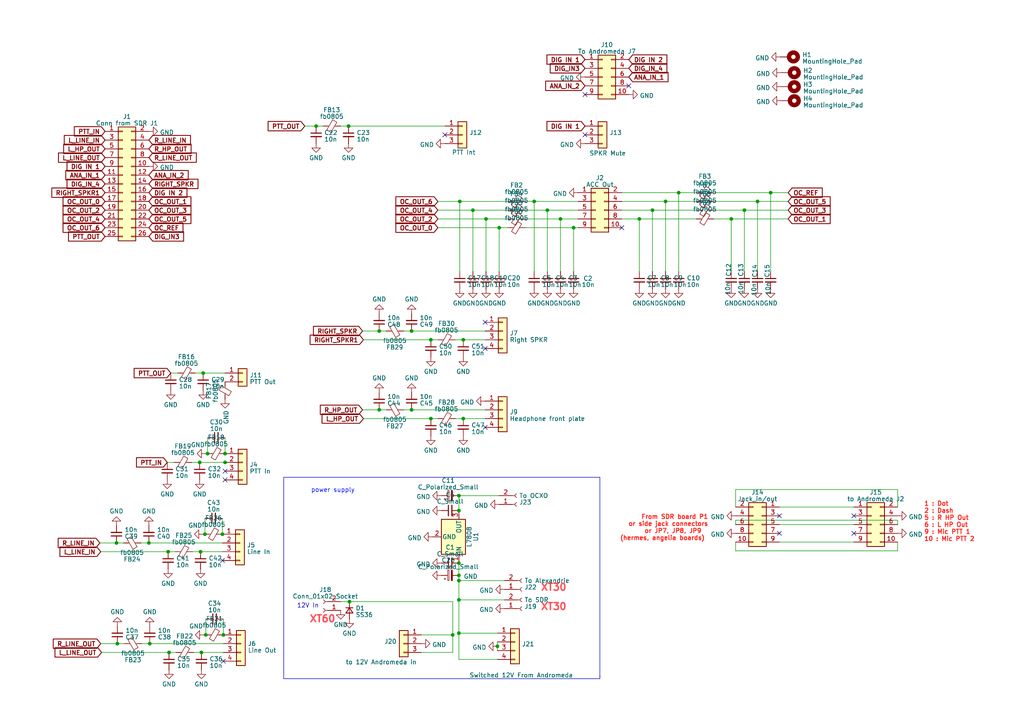
<source format=kicad_sch>
(kicad_sch (version 20230121) (generator eeschema)
  (paper "A4")
  (junction (at 65.278 134.112))
  (junction (at 131.318 184.15))
  (junction (at 223.52 55.88))
  (junction (at 133.096 168.402))
  (junction (at 64.516 154.94))
  (junction (at 134.366 121.412))
  (junction (at 65.278 131.572))
  (junction (at 48.768 160.02))
  (junction (at 133.096 148.082))
  (junction (at 162.56 63.5))
  (junction (at 49.022 189.23))
  (junction (at 133.096 166.878))
  (junction (at 189.23 60.96))
  (junction (at 60.198 131.572))
  (junction (at 154.94 58.42))
  (junction (at 124.968 121.412))
  (junction (at 64.77 184.15))
  (junction (at 212.09 63.5))
  (junction (at 101.346 174.498))
  (junction (at 133.096 183.642))
  (junction (at 109.982 96.012))
  (junction (at 133.35 58.42))
  (junction (at 58.166 160.02))
  (junction (at 137.16 60.96))
  (junction (at 124.968 98.552))
  (junction (at 140.97 63.5))
  (junction (at 59.436 154.94))
  (junction (at 101.092 36.576))
  (junction (at 219.71 58.42))
  (junction (at 196.85 55.88))
  (junction (at 33.782 157.48))
  (junction (at 43.434 186.69))
  (junction (at 43.18 157.48))
  (junction (at 57.912 134.112))
  (junction (at 144.272 187.452))
  (junction (at 133.096 173.99))
  (junction (at 91.694 36.576))
  (junction (at 144.78 66.04))
  (junction (at 134.366 98.552))
  (junction (at 119.38 96.012))
  (junction (at 193.04 58.42))
  (junction (at 59.69 184.15))
  (junction (at 119.38 118.872))
  (junction (at 158.75 60.96))
  (junction (at 58.42 189.23))
  (junction (at 34.036 186.69))
  (junction (at 166.37 66.04))
  (junction (at 58.928 108.204))
  (junction (at 185.42 63.5))
  (junction (at 109.982 118.872))
  (junction (at 133.096 143.764))
  (junction (at 215.9 60.96))
  (junction (at 133.096 163.322))
  (no_connect (at 140.716 101.092))
  (no_connect (at 65.278 136.652))
  (no_connect (at 64.77 191.77))
  (no_connect (at 140.716 93.472))
  (no_connect (at 247.65 149.606))
  (no_connect (at 129.032 39.116))
  (no_connect (at 182.372 24.892))
  (no_connect (at 226.06 154.686))
  (no_connect (at 140.716 123.952))
  (no_connect (at 169.672 39.116))
  (no_connect (at 180.34 66.04))
  (no_connect (at 64.516 162.56))
  (no_connect (at 226.06 149.606))
  (no_connect (at 247.65 154.686))
  (no_connect (at 169.672 27.432))
  (no_connect (at 65.278 139.192))
  (wire (pts (xy 119.38 96.012) (xy 140.716 96.012)))
  (wire (pts (xy 133.35 78.74) (xy 133.35 58.42)))
  (wire (pts (xy 137.16 78.74) (xy 137.16 60.96)))
  (wire (pts (xy 133.096 166.878) (xy 133.096 168.402)))
  (wire (pts (xy 146.304 168.402) (xy 133.096 168.402)))
  (wire (pts (xy 219.71 78.74) (xy 219.71 58.42)))
  (wire (pts (xy 105.41 98.552) (xy 124.968 98.552)))
  (wire (pts (xy 189.23 60.96) (xy 180.34 60.96)))
  (wire (pts (xy 134.366 98.552) (xy 140.716 98.552)))
  (wire (pts (xy 134.366 121.412) (xy 132.08 121.412)))
  (wire (pts (xy 152.4 66.04) (xy 166.37 66.04)))
  (wire (pts (xy 212.09 63.5) (xy 228.6 63.5)))
  (wire (pts (xy 55.626 134.112) (xy 57.912 134.112)))
  (wire (pts (xy 144.78 78.74) (xy 144.78 66.04)))
  (wire (pts (xy 127 60.96) (xy 137.16 60.96)))
  (wire (pts (xy 124.968 121.412) (xy 127 121.412)))
  (wire (pts (xy 133.096 168.402) (xy 133.096 173.99)))
  (wire (pts (xy 58.42 189.23) (xy 56.134 189.23)))
  (wire (pts (xy 28.956 157.48) (xy 33.782 157.48)))
  (wire (pts (xy 119.38 118.872) (xy 140.716 118.872)))
  (polyline (pts (xy 173.99 196.088) (xy 173.99 196.85)))
  (wire (pts (xy 105.156 96.012) (xy 109.982 96.012)))
  (wire (pts (xy 212.09 63.5) (xy 207.01 63.5)))
  (wire (pts (xy 213.36 159.766) (xy 260.35 159.766)))
  (wire (pts (xy 189.23 78.74) (xy 189.23 60.96)))
  (wire (pts (xy 223.52 78.74) (xy 223.52 55.88)))
  (wire (pts (xy 193.04 58.42) (xy 180.34 58.42)))
  (wire (pts (xy 133.096 143.764) (xy 144.78 143.764)))
  (wire (pts (xy 213.36 152.146) (xy 213.36 150.876)))
  (wire (pts (xy 131.318 189.23) (xy 122.174 189.23)))
  (wire (pts (xy 219.71 58.42) (xy 207.01 58.42)))
  (wire (pts (xy 101.092 36.576) (xy 129.032 36.576)))
  (wire (pts (xy 158.75 78.74) (xy 158.75 60.96)))
  (wire (pts (xy 144.78 66.04) (xy 147.32 66.04)))
  (wire (pts (xy 193.04 78.74) (xy 193.04 58.42)))
  (wire (pts (xy 137.16 60.96) (xy 147.32 60.96)))
  (wire (pts (xy 260.35 150.876) (xy 260.35 152.146)))
  (wire (pts (xy 152.4 58.42) (xy 154.94 58.42)))
  (wire (pts (xy 212.09 78.74) (xy 212.09 63.5)))
  (wire (pts (xy 127 63.5) (xy 140.97 63.5)))
  (wire (pts (xy 226.06 152.146) (xy 247.65 152.146)))
  (wire (pts (xy 166.37 78.74) (xy 166.37 66.04)))
  (wire (pts (xy 133.096 191.262) (xy 144.272 191.262)))
  (wire (pts (xy 133.096 183.642) (xy 133.096 191.262)))
  (wire (pts (xy 219.71 58.42) (xy 228.6 58.42)))
  (wire (pts (xy 134.366 98.552) (xy 132.08 98.552)))
  (wire (pts (xy 260.35 159.766) (xy 260.35 157.226)))
  (wire (pts (xy 64.516 150.368) (xy 64.516 154.94)))
  (wire (pts (xy 185.42 63.5) (xy 180.34 63.5)))
  (wire (pts (xy 144.272 187.452) (xy 144.272 188.722)))
  (wire (pts (xy 105.41 121.412) (xy 124.968 121.412)))
  (wire (pts (xy 196.85 55.88) (xy 180.34 55.88)))
  (wire (pts (xy 133.096 163.322) (xy 133.096 166.878)))
  (wire (pts (xy 119.38 118.872) (xy 117.094 118.872)))
  (wire (pts (xy 58.928 108.204) (xy 56.642 108.204)))
  (polyline (pts (xy 82.296 196.85) (xy 173.99 196.85)))
  (wire (pts (xy 60.198 131.572) (xy 60.452 131.572)))
  (wire (pts (xy 43.18 157.48) (xy 40.894 157.48)))
  (wire (pts (xy 158.75 60.96) (xy 167.64 60.96)))
  (wire (pts (xy 59.69 184.15) (xy 59.944 184.15)))
  (wire (pts (xy 152.4 60.96) (xy 158.75 60.96)))
  (wire (pts (xy 223.52 55.88) (xy 228.6 55.88)))
  (wire (pts (xy 34.036 186.69) (xy 36.068 186.69)))
  (wire (pts (xy 226.06 147.066) (xy 247.65 147.066)))
  (wire (pts (xy 59.436 154.94) (xy 59.69 154.94)))
  (polyline (pts (xy 173.99 138.43) (xy 82.296 138.43)))
  (wire (pts (xy 58.166 160.02) (xy 55.88 160.02)))
  (wire (pts (xy 196.85 78.74) (xy 196.85 55.88)))
  (wire (pts (xy 58.928 108.204) (xy 65.278 108.204)))
  (wire (pts (xy 109.982 96.012) (xy 112.014 96.012)))
  (wire (pts (xy 59.436 150.368) (xy 59.436 154.94)))
  (wire (pts (xy 131.318 184.15) (xy 122.174 184.15)))
  (wire (pts (xy 127 66.04) (xy 144.78 66.04)))
  (wire (pts (xy 133.096 183.642) (xy 144.272 183.642)))
  (wire (pts (xy 260.35 147.066) (xy 260.35 141.986)))
  (wire (pts (xy 101.092 36.576) (xy 98.806 36.576)))
  (wire (pts (xy 213.36 141.986) (xy 213.36 147.066)))
  (wire (pts (xy 98.806 174.498) (xy 101.346 174.498)))
  (wire (pts (xy 91.694 36.576) (xy 93.726 36.576)))
  (wire (pts (xy 119.38 96.012) (xy 117.094 96.012)))
  (wire (pts (xy 131.318 174.498) (xy 131.318 184.15)))
  (wire (pts (xy 215.9 78.74) (xy 215.9 60.96)))
  (wire (pts (xy 215.9 60.96) (xy 207.01 60.96)))
  (wire (pts (xy 48.768 160.02) (xy 50.8 160.02)))
  (wire (pts (xy 226.06 157.226) (xy 247.65 157.226)))
  (wire (pts (xy 189.23 60.96) (xy 201.93 60.96)))
  (wire (pts (xy 185.42 63.5) (xy 201.93 63.5)))
  (wire (pts (xy 49.53 108.204) (xy 51.562 108.204)))
  (polyline (pts (xy 82.296 138.43) (xy 82.296 196.85)))
  (wire (pts (xy 140.97 78.74) (xy 140.97 63.5)))
  (wire (pts (xy 88.392 36.576) (xy 91.694 36.576)))
  (wire (pts (xy 133.096 173.99) (xy 146.304 173.99)))
  (wire (pts (xy 196.85 55.88) (xy 201.93 55.88)))
  (wire (pts (xy 162.56 63.5) (xy 167.64 63.5)))
  (wire (pts (xy 105.156 118.872) (xy 109.982 118.872)))
  (wire (pts (xy 59.182 184.15) (xy 59.69 184.15)))
  (wire (pts (xy 154.94 58.42) (xy 167.64 58.42)))
  (wire (pts (xy 60.198 127) (xy 60.198 131.572)))
  (wire (pts (xy 213.36 157.226) (xy 213.36 159.766)))
  (wire (pts (xy 162.56 78.74) (xy 162.56 63.5)))
  (wire (pts (xy 124.968 98.552) (xy 127 98.552)))
  (wire (pts (xy 133.096 143.764) (xy 133.096 148.082)))
  (wire (pts (xy 109.982 118.872) (xy 112.014 118.872)))
  (wire (pts (xy 223.52 55.88) (xy 207.01 55.88)))
  (polyline (pts (xy 173.99 196.342) (xy 173.99 138.43)))
  (wire (pts (xy 43.434 186.69) (xy 41.148 186.69)))
  (wire (pts (xy 154.94 78.74) (xy 154.94 58.42)))
  (wire (pts (xy 260.35 141.986) (xy 213.36 141.986)))
  (wire (pts (xy 127 58.42) (xy 133.35 58.42)))
  (wire (pts (xy 134.366 121.412) (xy 140.716 121.412)))
  (wire (pts (xy 58.166 160.02) (xy 64.516 160.02)))
  (wire (pts (xy 65.278 127) (xy 65.278 131.572)))
  (wire (pts (xy 43.434 186.69) (xy 64.77 186.69)))
  (wire (pts (xy 57.912 134.112) (xy 65.278 134.112)))
  (wire (pts (xy 140.97 63.5) (xy 147.32 63.5)))
  (wire (pts (xy 29.21 160.02) (xy 48.768 160.02)))
  (wire (pts (xy 131.318 184.15) (xy 131.318 189.23)))
  (wire (pts (xy 133.096 173.99) (xy 133.096 183.642)))
  (wire (pts (xy 101.346 174.498) (xy 131.318 174.498)))
  (wire (pts (xy 49.022 189.23) (xy 51.054 189.23)))
  (wire (pts (xy 166.37 66.04) (xy 167.64 66.04)))
  (wire (pts (xy 193.04 58.42) (xy 201.93 58.42)))
  (wire (pts (xy 43.18 157.48) (xy 64.516 157.48)))
  (wire (pts (xy 215.9 60.96) (xy 228.6 60.96)))
  (wire (pts (xy 29.464 189.23) (xy 49.022 189.23)))
  (wire (pts (xy 58.42 189.23) (xy 64.77 189.23)))
  (wire (pts (xy 59.69 179.578) (xy 59.69 184.15)))
  (wire (pts (xy 64.77 179.578) (xy 64.77 184.15)))
  (wire (pts (xy 185.42 78.74) (xy 185.42 63.5)))
  (wire (pts (xy 48.514 134.112) (xy 50.546 134.112)))
  (wire (pts (xy 29.21 186.69) (xy 34.036 186.69)))
  (wire (pts (xy 133.35 58.42) (xy 147.32 58.42)))
  (wire (pts (xy 33.782 157.48) (xy 35.814 157.48)))
  (wire (pts (xy 59.69 131.572) (xy 60.198 131.572)))
  (wire (pts (xy 152.4 63.5) (xy 162.56 63.5)))
  (wire (pts (xy 213.36 150.876) (xy 260.35 150.876)))
  (wire (pts (xy 58.928 154.94) (xy 59.436 154.94)))
  (wire (pts (xy 144.272 186.182) (xy 144.272 187.452)))
  (wire (pts (xy 65.278 134.112) (xy 65.532 134.112)))
  (text "XT60" (at 89.662 180.848 0) (effects (font (size 2 2) (thickness 0.4) bold) (justify left bottom)))
  (text "power supply" (at 90.17 143.002 0) (effects (font (size 1.27 1.27)) (justify left bottom)))
  (text "XT30\n" (at 156.718 171.704 0) (effects (font (size 2 2) (thickness 0.4) bold) (justify left bottom)))
  (text "12V In\n" (at 86.106 176.53 0) (effects (font (size 1.27 1.27)) (justify left bottom)))
  (text "XT30\n" (at 156.718 177.292 0) (effects (font (size 2 2) (thickness 0.4) bold) (justify left bottom)))
  (text "1 : Dot\n2 : Dash\n5 : R HP Out\n6 : L HP Out\n9 : Mic PTT 1\n10 : Mic PTT 2\n" (at 267.97 157.226 0) (effects (font (size 1.27 1.27) (thickness 0.254) bold) (justify left bottom)))
  (text "From SDR board P1\nor side jack connectors\nor JP7, JP8, JP9  \n(hermes, angelia boards) \n\n" (at 205.486 159.004 0) (effects (font (size 1.27 1.27) (thickness 0.254) bold) (justify right bottom)))
  (global_label "OC_OUT_3" (shape input) (at 228.6 60.96 0) (effects (font bold)) (property "Intersheetrefs" "${INTERSHEET_REFS}" (effects hide)))
  (global_label "DIG_IN3" (shape input) (at 169.672 19.812 180) (effects (font bold)) (property "Intersheetrefs" "${INTERSHEET_REFS}" (effects hide)))
  (global_label "DIG IN 1" (shape input) (at 169.672 17.272 180) (effects (font bold)) (property "Intersheetrefs" "${INTERSHEET_REFS}" (effects hide)))
  (global_label "OC_OUT_1" (shape input) (at 228.6 63.5 0) (effects (font bold)) (property "Intersheetrefs" "${INTERSHEET_REFS}" (effects hide)))
  (global_label "OC_OUT_0" (shape input) (at 127 66.04 180) (effects (font bold)) (property "Intersheetrefs" "${INTERSHEET_REFS}" (effects hide)))
  (global_label "OC_OUT_2" (shape input) (at 127 63.5 180) (effects (font bold)) (property "Intersheetrefs" "${INTERSHEET_REFS}" (effects hide)))
  (global_label "RIGHT_SPKR" (shape input) (at 105.156 96.012 180) (effects (font bold)) (property "Intersheetrefs" "${INTERSHEET_REFS}" (effects hide)))
  (global_label "L_HP_OUT" (shape input) (at 105.41 121.412 180) (effects (font bold)) (property "Intersheetrefs" "${INTERSHEET_REFS}" (effects hide)))
  (global_label "R_LINE_IN" (shape input) (at 28.956 157.48 180) (effects (font bold)) (property "Intersheetrefs" "${INTERSHEET_REFS}" (effects hide)))
  (global_label "DIG IN 2" (shape input) (at 182.372 17.272 0) (effects (font bold)) (property "Intersheetrefs" "${INTERSHEET_REFS}" (effects hide)))
  (global_label "ANA_IN_1" (shape input) (at 182.372 22.352 0) (effects (font bold)) (property "Intersheetrefs" "${INTERSHEET_REFS}" (effects hide)))
  (global_label "OC_OUT_4" (shape input) (at 127 60.96 180) (effects (font bold)) (property "Intersheetrefs" "${INTERSHEET_REFS}" (effects hide)))
  (global_label "DIG IN 1" (shape input) (at 169.672 36.576 180) (effects (font bold)) (property "Intersheetrefs" "${INTERSHEET_REFS}" (effects hide)))
  (global_label "ANA_IN_2" (shape input) (at 43.18 50.8 0) (effects (font bold)) (property "Intersheetrefs" "${INTERSHEET_REFS}" (effects hide)))
  (global_label "PTT_OUT" (shape input) (at 30.48 68.58 180) (effects (font bold)) (property "Intersheetrefs" "${INTERSHEET_REFS}" (effects hide)))
  (global_label "DIG_IN_4" (shape input) (at 182.372 19.812 0) (effects (font bold)) (property "Intersheetrefs" "${INTERSHEET_REFS}" (effects hide)))
  (global_label "RIGHT_SPKR1" (shape input) (at 30.48 55.88 180) (effects (font bold)) (property "Intersheetrefs" "${INTERSHEET_REFS}" (effects hide)))
  (global_label "DIG_IN_4" (shape input) (at 30.48 53.34 180) (effects (font bold)) (property "Intersheetrefs" "${INTERSHEET_REFS}" (effects hide)))
  (global_label "DIG IN 1" (shape input) (at 30.48 48.26 180) (effects (font bold)) (property "Intersheetrefs" "${INTERSHEET_REFS}" (effects hide)))
  (global_label "OC_REF" (shape input) (at 228.6 55.88 0) (effects (font bold)) (property "Intersheetrefs" "${INTERSHEET_REFS}" (effects hide)))
  (global_label "RIGHT_SPKR1" (shape input) (at 105.41 98.552 180) (effects (font bold)) (property "Intersheetrefs" "${INTERSHEET_REFS}" (effects hide)))
  (global_label "PTT_OUT" (shape input) (at 49.53 108.204 180) (effects (font bold)) (property "Intersheetrefs" "${INTERSHEET_REFS}" (effects hide)))
  (global_label "ANA_IN_1" (shape input) (at 30.48 50.8 180) (effects (font bold)) (property "Intersheetrefs" "${INTERSHEET_REFS}" (effects hide)))
  (global_label "OC_OUT_5" (shape input) (at 43.18 63.5 0) (effects (font bold)) (property "Intersheetrefs" "${INTERSHEET_REFS}" (effects hide)))
  (global_label "L_LINE_OUT" (shape input) (at 30.48 45.72 180) (effects (font bold)) (property "Intersheetrefs" "${INTERSHEET_REFS}" (effects hide)))
  (global_label "L_LINE_OUT" (shape input) (at 29.464 189.23 180) (effects (font bold)) (property "Intersheetrefs" "${INTERSHEET_REFS}" (effects hide)))
  (global_label "R_LINE_OUT" (shape input) (at 29.21 186.69 180) (effects (font bold)) (property "Intersheetrefs" "${INTERSHEET_REFS}" (effects hide)))
  (global_label "RIGHT_SPKR" (shape input) (at 43.18 53.34 0) (effects (font bold)) (property "Intersheetrefs" "${INTERSHEET_REFS}" (effects hide)))
  (global_label "OC_REF" (shape input) (at 43.18 66.04 0) (effects (font bold)) (property "Intersheetrefs" "${INTERSHEET_REFS}" (effects hide)))
  (global_label "OC_OUT_1" (shape input) (at 43.18 58.42 0) (effects (font bold)) (property "Intersheetrefs" "${INTERSHEET_REFS}" (effects hide)))
  (global_label "R_LINE_OUT" (shape input) (at 43.18 45.72 0) (effects (font bold)) (property "Intersheetrefs" "${INTERSHEET_REFS}" (effects hide)))
  (global_label "OC_OUT_4" (shape input) (at 30.48 63.5 180) (effects (font bold)) (property "Intersheetrefs" "${INTERSHEET_REFS}" (effects hide)))
  (global_label "OC_OUT_3" (shape input) (at 43.18 60.96 0) (effects (font bold)) (property "Intersheetrefs" "${INTERSHEET_REFS}" (effects hide)))
  (global_label "OC_OUT_2" (shape input) (at 30.48 60.96 180) (effects (font bold)) (property "Intersheetrefs" "${INTERSHEET_REFS}" (effects hide)))
  (global_label "PTT_OUT" (shape input) (at 88.392 36.576 180) (effects (font bold)) (property "Intersheetrefs" "${INTERSHEET_REFS}" (effects hide)))
  (global_label "ANA_IN_2" (shape input) (at 169.672 24.892 180) (effects (font bold)) (property "Intersheetrefs" "${INTERSHEET_REFS}" (effects hide)))
  (global_label "R_HP_OUT" (shape input) (at 105.156 118.872 180) (effects (font bold)) (property "Intersheetrefs" "${INTERSHEET_REFS}" (effects hide)))
  (global_label "R_HP_OUT" (shape input) (at 43.18 43.18 0) (effects (font bold)) (property "Intersheetrefs" "${INTERSHEET_REFS}" (effects hide)))
  (global_label "DIG_IN3" (shape input) (at 43.18 68.58 0) (effects (font bold)) (property "Intersheetrefs" "${INTERSHEET_REFS}" (effects hide)))
  (global_label "PTT_IN" (shape input) (at 30.48 38.1 180) (effects (font bold)) (property "Intersheetrefs" "${INTERSHEET_REFS}" (effects hide)))
  (global_label "PTT_IN" (shape input) (at 48.514 134.112 180) (effects (font bold)) (property "Intersheetrefs" "${INTERSHEET_REFS}" (effects hide)))
  (global_label "OC_OUT_6" (shape input) (at 127 58.42 180) (effects (font bold)) (property "Intersheetrefs" "${INTERSHEET_REFS}" (effects hide)))
  (global_label "L_HP_OUT" (shape input) (at 30.48 43.18 180) (effects (font bold)) (property "Intersheetrefs" "${INTERSHEET_REFS}" (effects hide)))
  (global_label "L_LINE_IN" (shape input) (at 29.21 160.02 180) (effects (font bold)) (property "Intersheetrefs" "${INTERSHEET_REFS}" (effects hide)))
  (global_label "OC_OUT_6" (shape input) (at 30.48 66.04 180) (effects (font bold)) (property "Intersheetrefs" "${INTERSHEET_REFS}" (effects hide)))
  (global_label "DIG IN 2" (shape input) (at 43.18 55.88 0) (effects (font bold)) (property "Intersheetrefs" "${INTERSHEET_REFS}" (effects hide)))
  (global_label "OC_OUT_0" (shape input) (at 30.48 58.42 180) (effects (font bold)) (property "Intersheetrefs" "${INTERSHEET_REFS}" (effects hide)))
  (global_label "R_LINE_IN" (shape input) (at 43.18 40.64 0) (effects (font bold)) (property "Intersheetrefs" "${INTERSHEET_REFS}" (effects hide)))
  (global_label "L_LINE_IN" (shape input) (at 30.48 40.64 180) (effects (font bold)) (property "Intersheetrefs" "${INTERSHEET_REFS}" (effects hide)))
  (global_label "OC_OUT_5" (shape input) (at 228.6 58.42 0) (effects (font bold)) (property "Intersheetrefs" "${INTERSHEET_REFS}" (effects hide)))
  (symbol (lib_id "Device:FerriteBead_Small") (at 129.54 98.552 90) (unit 1)
    (property "Reference" "FB30" (at 129.5019 93.8403 90))
    (property "Value" "fb0805" (at 129.5019 95.7613 90))
    (property "Footprint" "Inductor_SMD:L_0805_2012Metric_Pad1.15x1.40mm_HandSolder" (effects hide))
  )
  (symbol (lib_id "power:GND") (at 124.968 103.632 0) (unit 1)
    (property "Reference" "#PWR063" (effects hide))
    (property "Value" "GND" (at 124.968 107.7675 0))
  )
  (symbol (lib_id "Device:FerriteBead_Small") (at 38.354 157.48 90) (mirror x) (unit 1)
    (property "Reference" "FB24" (at 38.3159 162.1917 90))
    (property "Value" "fb0805" (at 38.3159 160.2707 90))
    (property "Footprint" "Inductor_SMD:L_0805_2012Metric_Pad1.15x1.40mm_HandSolder" (effects hide))
  )
  (symbol (lib_id "power:GND") (at 189.23 83.82 0) (unit 1)
    (property "Reference" "#PWR016" (effects hide))
    (property "Value" "GND" (at 189.23 87.9555 0))
  )
  (symbol (lib_id "Device:C_Small") (at 91.694 39.116 0) (unit 1)
    (property "Reference" "C22" (at 94.0181 38.4786 0) (effects (justify left)))
    (property "Value" "10n" (at 94.0181 40.3996 0) (effects (justify left)))
    (property "Footprint" "Capacitor_SMD:C_0805_2012Metric_Pad1.18x1.45mm_HandSolder" (effects hide))
  )
  (symbol (lib_id "Device:C_Small") (at 124.968 123.952 0) (unit 1)
    (property "Reference" "C46" (at 127.2921 123.3146 0) (effects (justify left)))
    (property "Value" "10n" (at 127.2921 125.2356 0) (effects (justify left)))
    (property "Footprint" "Capacitor_SMD:C_0805_2012Metric_Pad1.18x1.45mm_HandSolder" (effects hide))
  )
  (symbol (lib_id "Connector_Generic:Conn_01x04") (at 145.796 96.012 0) (unit 1)
    (property "Reference" "J7" (at 147.828 96.6383 0) (effects (justify left)))
    (property "Value" "Right SPKR" (at 147.828 98.5593 0) (effects (justify left)))
    (property "Footprint" "Connector_Molex:Molex_KK-254_AE-6410-04A_1x04_P2.54mm_Vertical" (effects hide))
  )
  (symbol (lib_id "Device:C_Polarized_Small") (at 130.556 166.878 90) (unit 1)
    (property "Reference" "C26" (at 130.0099 162.4711 90))
    (property "Value" "C_Polarized_Small" (at 130.0099 164.3921 90))
    (property "Footprint" "Capacitor_SMD:C_2220_5650Metric_Pad1.97x5.40mm_HandSolder" (effects hide))
  )
  (symbol (lib_id "Connector:Conn_01x02_Socket") (at 93.726 177.038 180) (unit 1)
    (property "Reference" "J18" (at 94.361 171.0309 0))
    (property "Value" "Conn_01x02_Socket" (at 94.361 172.9519 0))
    (property "Footprint" "Connector_AMASS:AMASS_XT30U-F_1x02_P5.0mm_Vertical" (effects hide))
  )
  (symbol (lib_id "Connector_Generic:Conn_01x04") (at 69.85 186.69 0) (unit 1)
    (property "Reference" "J6" (at 71.882 186.69 0) (effects (justify left)))
    (property "Value" "Line Out" (at 71.882 188.611 0) (effects (justify left)))
    (property "Footprint" "Connector_Molex:Molex_KK-254_AE-6410-04A_1x04_P2.54mm_Vertical" (effects hide))
  )
  (symbol (lib_id "power:GND") (at 101.092 41.656 0) (unit 1)
    (property "Reference" "#PWR036" (effects hide))
    (property "Value" "GND" (at 101.092 45.7915 0))
  )
  (symbol (lib_id "Device:C_Small") (at 189.23 81.28 0) (unit 1)
    (property "Reference" "C8" (at 191.5541 80.6426 0) (effects (justify left)))
    (property "Value" "10n" (at 191.5541 82.5636 0) (effects (justify left)))
    (property "Footprint" "Capacitor_SMD:C_0805_2012Metric_Pad1.18x1.45mm_HandSolder" (effects hide))
  )
  (symbol (lib_id "Device:FerriteBead_Small") (at 149.86 58.42 90) (unit 1)
    (property "Reference" "FB2" (at 149.8219 53.7083 90))
    (property "Value" "fb0805" (at 149.8219 55.6293 90))
    (property "Footprint" "Inductor_SMD:L_0805_2012Metric_Pad1.15x1.40mm_HandSolder" (effects hide))
  )
  (symbol (lib_id "Device:C_Small") (at 137.16 81.28 0) (unit 1)
    (property "Reference" "C18" (at 139.4841 80.6426 0) (effects (justify left)))
    (property "Value" "10n" (at 139.4841 82.5636 0) (effects (justify left)))
    (property "Footprint" "Capacitor_SMD:C_0805_2012Metric_Pad1.18x1.45mm_HandSolder" (effects hide))
  )
  (symbol (lib_id "Device:FerriteBead_Small") (at 204.47 55.88 90) (unit 1)
    (property "Reference" "FB3" (at 204.4319 51.1683 90))
    (property "Value" "fb0805" (at 204.4319 53.0893 90))
    (property "Footprint" "Inductor_SMD:L_0805_2012Metric_Pad1.15x1.40mm_HandSolder" (effects hide))
  )
  (symbol (lib_id "power:GND") (at 169.672 22.352 270) (unit 1)
    (property "Reference" "#PWR03" (effects hide))
    (property "Value" "GND" (at 166.4971 22.6688 90) (effects (justify right)))
  )
  (symbol (lib_id "Device:C_Small") (at 33.782 154.94 0) (mirror x) (unit 1)
    (property "Reference" "C39" (at 36.1061 155.5774 0) (effects (justify left)))
    (property "Value" "10n" (at 36.1061 153.6564 0) (effects (justify left)))
    (property "Footprint" "Capacitor_SMD:C_0805_2012Metric_Pad1.18x1.45mm_HandSolder" (effects hide))
  )
  (symbol (lib_id "Device:FerriteBead_Small") (at 204.47 58.42 90) (unit 1)
    (property "Reference" "FB7" (at 204.4319 53.7083 90))
    (property "Value" "fb0805" (at 204.4319 55.6293 90))
    (property "Footprint" "Inductor_SMD:L_0805_2012Metric_Pad1.15x1.40mm_HandSolder" (effects hide))
  )
  (symbol (lib_id "power:GND") (at 146.304 170.942 270) (unit 1)
    (property "Reference" "#PWR070" (effects hide))
    (property "Value" "GND" (at 143.1291 171.2588 90) (effects (justify right)))
  )
  (symbol (lib_id "power:GND") (at 215.9 83.82 0) (unit 1)
    (property "Reference" "#PWR021" (effects hide))
    (property "Value" "GND" (at 215.9 87.9555 0))
  )
  (symbol (lib_id "power:GND") (at 213.36 154.686 270) (mirror x) (unit 1)
    (property "Reference" "#PWR05" (effects hide))
    (property "Value" "GND" (at 210.185 155.0028 90) (effects (justify right)))
  )
  (symbol (lib_id "power:GND") (at 169.672 41.656 270) (unit 1)
    (property "Reference" "#PWR030" (effects hide))
    (property "Value" "GND" (at 166.4971 41.9728 90) (effects (justify right)))
  )
  (symbol (lib_id "power:GND") (at 158.75 83.82 0) (unit 1)
    (property "Reference" "#PWR012" (effects hide))
    (property "Value" "GND" (at 158.75 87.9555 0))
  )
  (symbol (lib_id "power:GND") (at 213.36 149.606 270) (mirror x) (unit 1)
    (property "Reference" "#PWR04" (effects hide))
    (property "Value" "GND" (at 210.185 149.9228 90) (effects (justify right)))
  )
  (symbol (lib_id "Device:FerriteBead_Small") (at 149.86 63.5 90) (unit 1)
    (property "Reference" "FB5" (at 149.8219 58.7883 90))
    (property "Value" "fb0805" (at 149.8219 60.7093 90))
    (property "Footprint" "Inductor_SMD:L_0805_2012Metric_Pad1.15x1.40mm_HandSolder" (effects hide))
  )
  (symbol (lib_id "power:GND") (at 58.928 113.284 0) (unit 1)
    (property "Reference" "#PWR041" (effects hide))
    (property "Value" "GND" (at 58.928 117.4195 0))
  )
  (symbol (lib_id "Device:C_Small") (at 185.42 81.28 0) (unit 1)
    (property "Reference" "C7" (at 187.7441 80.6426 0) (effects (justify left)))
    (property "Value" "10n" (at 187.7441 82.5636 0) (effects (justify left)))
    (property "Footprint" "Capacitor_SMD:C_0805_2012Metric_Pad1.18x1.45mm_HandSolder" (effects hide))
  )
  (symbol (lib_id "Device:D_Small") (at 101.346 177.038 270) (unit 1)
    (property "Reference" "D1" (at 103.124 176.3943 90) (effects (justify left)))
    (property "Value" "SS36" (at 103.124 178.3153 90) (effects (justify left)))
    (property "Footprint" "Diode_SMD:D_SMC" (effects hide))
    (property "Sim.Device" "D" (effects hide))
    (property "Sim.Pins" "1=K 2=A" (effects hide))
  )
  (symbol (lib_id "power:GND") (at 128.016 148.082 270) (unit 1)
    (property "Reference" "#PWR075" (effects hide))
    (property "Value" "GND" (at 124.8411 148.3988 90) (effects (justify right)))
  )
  (symbol (lib_id "power:GND") (at 196.85 83.82 0) (unit 1)
    (property "Reference" "#PWR018" (effects hide))
    (property "Value" "GND" (at 196.85 87.9555 0))
  )
  (symbol (lib_id "Device:C_Small") (at 134.366 123.952 0) (unit 1)
    (property "Reference" "C47" (at 136.6901 123.3146 0) (effects (justify left)))
    (property "Value" "10n" (at 136.6901 125.2356 0) (effects (justify left)))
    (property "Footprint" "Capacitor_SMD:C_0805_2012Metric_Pad1.18x1.45mm_HandSolder" (effects hide))
  )
  (symbol (lib_id "Device:FerriteBead_Small") (at 53.34 160.02 90) (unit 1)
    (property "Reference" "FB25" (at 53.3019 155.3083 90))
    (property "Value" "fb0805" (at 53.3019 157.2293 90))
    (property "Footprint" "Inductor_SMD:L_0805_2012Metric_Pad1.15x1.40mm_HandSolder" (effects hide))
  )
  (symbol (lib_id "power:GND") (at 226.568 29.21 270) (unit 1)
    (property "Reference" "#PWR046" (effects hide))
    (property "Value" "GND" (at 223.3931 29.5268 90) (effects (justify right)))
  )
  (symbol (lib_id "Regulator_Linear:L7808") (at 133.096 155.702 270) (mirror x) (unit 1)
    (property "Reference" "U1" (at 138.0109 155.702 0))
    (property "Value" "L7808" (at 136.0899 155.702 0))
    (property "Footprint" "Package_TO_SOT_SMD:TO-252-3_TabPin2" (effects hide))
    (property "Datasheet" "http://www.st.com/content/ccc/resource/technical/document/datasheet/41/4f/b3/b0/12/d4/47/88/CD00000444.pdf/files/CD00000444.pdf/jcr:content/translations/en.CD00000444.pdf" (effects hide))
  )
  (symbol (lib_id "Connector_Generic:Conn_02x05_Odd_Even") (at 220.98 152.146 0) (mirror y) (unit 1)
    (property "Reference" "J14" (at 219.71 142.7861 0))
    (property "Value" "Jack_in/out" (at 219.71 144.7071 0))
    (property "Footprint" "Connector_IDC:IDC-Header_2x05_P2.54mm_Vertical" (effects hide))
  )
  (symbol (lib_id "Mechanical:MountingHole_Pad") (at 228.854 16.51 270) (unit 1)
    (property "Reference" "H1" (at 232.664 15.8663 90) (effects (justify left)))
    (property "Value" "MountingHole_Pad" (at 232.664 17.7873 90) (effects (justify left)))
    (property "Footprint" "MountingHole:MountingHole_3.5mm_Pad_Via" (effects hide))
  )
  (symbol (lib_id "power:GND") (at 128.016 166.878 270) (unit 1)
    (property "Reference" "#PWR074" (effects hide))
    (property "Value" "GND" (at 138.5571 167.1948 90) (effects (justify right)))
  )
  (symbol (lib_id "power:GND") (at 101.346 179.578 0) (unit 1)
    (property "Reference" "#PWR077" (effects hide))
    (property "Value" "GND" (at 101.346 183.7135 0))
  )
  (symbol (lib_id "Device:C_Small") (at 166.37 81.28 0) (unit 1)
    (property "Reference" "C2" (at 169.164 80.772 0) (effects (justify left)))
    (property "Value" "10n" (at 168.6941 82.5636 0) (effects (justify left)))
    (property "Footprint" "Capacitor_SMD:C_0805_2012Metric_Pad1.18x1.45mm_HandSolder" (effects hide))
  )
  (symbol (lib_id "Device:FerriteBead_Small") (at 129.54 121.412 90) (unit 1)
    (property "Reference" "FB28" (at 129.5019 116.7003 90))
    (property "Value" "fb0805" (at 129.5019 118.6213 90))
    (property "Footprint" "Inductor_SMD:L_0805_2012Metric_Pad1.15x1.40mm_HandSolder" (effects hide))
  )
  (symbol (lib_id "power:GND") (at 109.982 113.792 0) (mirror x) (unit 1)
    (property "Reference" "#PWR057" (effects hide))
    (property "Value" "GND" (at 109.982 109.6565 0))
  )
  (symbol (lib_id "power:GND") (at 109.982 90.932 0) (mirror x) (unit 1)
    (property "Reference" "#PWR061" (effects hide))
    (property "Value" "GND" (at 109.982 86.7965 0))
  )
  (symbol (lib_id "Device:C_Small") (at 162.56 81.28 0) (unit 1)
    (property "Reference" "C3" (at 164.8841 80.6426 0) (effects (justify left)))
    (property "Value" "10n" (at 164.8841 82.5636 0) (effects (justify left)))
    (property "Footprint" "Capacitor_SMD:C_0805_2012Metric_Pad1.18x1.45mm_HandSolder" (effects hide))
  )
  (symbol (lib_id "power:GND") (at 212.09 83.82 0) (unit 1)
    (property "Reference" "#PWR020" (effects hide))
    (property "Value" "GND" (at 212.09 87.9555 0))
  )
  (symbol (lib_id "Connector:Conn_01x02_Socket") (at 151.384 176.53 0) (mirror x) (unit 1)
    (property "Reference" "J19" (at 152.0952 175.9037 0) (effects (justify left)))
    (property "Value" "To SDR" (at 152.0952 173.9827 0) (effects (justify left)))
    (property "Footprint" "Connector_AMASS:AMASS_XT30U-F_1x02_P5.0mm_Vertical" (effects hide))
  )
  (symbol (lib_id "Device:C_Small") (at 134.366 101.092 0) (unit 1)
    (property "Reference" "C51" (at 136.6901 100.4546 0) (effects (justify left)))
    (property "Value" "10n" (at 136.6901 102.3756 0) (effects (justify left)))
    (property "Footprint" "Capacitor_SMD:C_0805_2012Metric_Pad1.18x1.45mm_HandSolder" (effects hide))
  )
  (symbol (lib_id "Device:FerriteBead_Small") (at 53.086 134.112 90) (unit 1)
    (property "Reference" "FB19" (at 53.0479 129.4003 90))
    (property "Value" "fb0805" (at 53.0479 131.3213 90))
    (property "Footprint" "Inductor_SMD:L_0805_2012Metric_Pad1.15x1.40mm_HandSolder" (effects hide))
  )
  (symbol (lib_id "Device:FerriteBead_Small") (at 54.102 108.204 90) (unit 1)
    (property "Reference" "FB16" (at 54.0639 103.4923 90))
    (property "Value" "fb0805" (at 54.0639 105.4133 90))
    (property "Footprint" "Inductor_SMD:L_0805_2012Metric_Pad1.15x1.40mm_HandSolder" (effects hide))
  )
  (symbol (lib_id "Connector_Generic:Conn_01x03") (at 174.752 39.116 0) (unit 1)
    (property "Reference" "J13" (at 176.784 38.4723 0) (effects (justify left)))
    (property "Value" "SPKR Mute" (at 170.942 44.45 0) (effects (justify left)))
    (property "Footprint" "Connector_Molex:Molex_KK-254_AE-6410-03A_1x03_P2.54mm_Vertical" (effects hide))
  )
  (symbol (lib_id "power:GND") (at 57.912 139.192 0) (unit 1)
    (property "Reference" "#PWR045" (effects hide))
    (property "Value" "GND" (at 57.912 143.3275 0))
  )
  (symbol (lib_id "power:GND") (at 260.35 149.606 90) (unit 1)
    (property "Reference" "#PWR06" (effects hide))
    (property "Value" "GND" (at 263.525 149.9228 90) (effects (justify right)))
  )
  (symbol (lib_id "Device:C_Small") (at 223.52 81.28 0) (unit 1)
    (property "Reference" "C15" (at 222.504 80.518 90) (effects (justify left)))
    (property "Value" "10n" (at 222.758 85.598 90) (effects (justify left)))
    (property "Footprint" "Capacitor_SMD:C_0805_2012Metric_Pad1.18x1.45mm_HandSolder" (effects hide))
  )
  (symbol (lib_id "Device:C_Small") (at 48.514 136.652 0) (unit 1)
    (property "Reference" "C31" (at 50.8381 136.0146 0) (effects (justify left)))
    (property "Value" "10n" (at 50.8381 137.9356 0) (effects (justify left)))
    (property "Footprint" "Capacitor_SMD:C_0805_2012Metric_Pad1.18x1.45mm_HandSolder" (effects hide))
  )
  (symbol (lib_id "power:GND") (at 59.182 184.15 270) (unit 1)
    (property "Reference" "#PWR047" (effects hide))
    (property "Value" "GND" (at 58.928 181.61 90) (effects (justify right)))
  )
  (symbol (lib_id "Device:C_Small") (at 119.38 93.472 0) (mirror x) (unit 1)
    (property "Reference" "C49" (at 121.7041 94.1094 0) (effects (justify left)))
    (property "Value" "10n" (at 121.7041 92.1884 0) (effects (justify left)))
    (property "Footprint" "Capacitor_SMD:C_0805_2012Metric_Pad1.18x1.45mm_HandSolder" (effects hide))
  )
  (symbol (lib_id "power:GND") (at 260.35 154.686 90) (unit 1)
    (property "Reference" "#PWR07" (effects hide))
    (property "Value" "GND" (at 263.525 155.0028 90) (effects (justify right)))
  )
  (symbol (lib_id "power:GND") (at 34.036 181.61 0) (mirror x) (unit 1)
    (property "Reference" "#PWR050" (effects hide))
    (property "Value" "GND" (at 34.036 177.4745 0))
  )
  (symbol (lib_id "power:GND") (at 226.568 25.146 270) (unit 1)
    (property "Reference" "#PWR029" (effects hide))
    (property "Value" "GND" (at 223.3931 25.4628 90) (effects (justify right)))
  )
  (symbol (lib_id "power:GND") (at 125.476 155.702 270) (unit 1)
    (property "Reference" "#PWR072" (effects hide))
    (property "Value" "GND" (at 122.3011 156.0188 90) (effects (justify right)))
  )
  (symbol (lib_id "Device:C_Small") (at 154.94 81.28 0) (unit 1)
    (property "Reference" "C5" (at 157.2641 80.6426 0) (effects (justify left)))
    (property "Value" "10n" (at 157.2641 82.5636 0) (effects (justify left)))
    (property "Footprint" "Capacitor_SMD:C_0805_2012Metric_Pad1.18x1.45mm_HandSolder" (effects hide))
  )
  (symbol (lib_id "Device:C_Small") (at 109.982 93.472 0) (mirror x) (unit 1)
    (property "Reference" "C48" (at 112.3061 94.1094 0) (effects (justify left)))
    (property "Value" "10n" (at 112.3061 92.1884 0) (effects (justify left)))
    (property "Footprint" "Capacitor_SMD:C_0805_2012Metric_Pad1.18x1.45mm_HandSolder" (effects hide))
  )
  (symbol (lib_id "Device:C_Small") (at 58.42 191.77 0) (unit 1)
    (property "Reference" "C36" (at 60.7441 191.1326 0) (effects (justify left)))
    (property "Value" "10n" (at 60.7441 193.0536 0) (effects (justify left)))
    (property "Footprint" "Capacitor_SMD:C_0805_2012Metric_Pad1.18x1.45mm_HandSolder" (effects hide))
  )
  (symbol (lib_id "power:GND") (at 182.372 27.432 90) (unit 1)
    (property "Reference" "#PWR02" (effects hide))
    (property "Value" "GND" (at 185.547 27.7488 90) (effects (justify right)))
  )
  (symbol (lib_id "power:GND") (at 133.35 83.82 0) (unit 1)
    (property "Reference" "#PWR025" (effects hide))
    (property "Value" "GND" (at 133.35 87.9555 0))
  )
  (symbol (lib_id "power:GND") (at 144.78 146.304 270) (unit 1)
    (property "Reference" "#PWR071" (effects hide))
    (property "Value" "GND" (at 141.6051 146.6208 90) (effects (justify right)))
  )
  (symbol (lib_id "Device:C_Small") (at 43.18 154.94 0) (mirror x) (unit 1)
    (property "Reference" "C40" (at 45.5041 155.5774 0) (effects (justify left)))
    (property "Value" "10n" (at 45.5041 153.6564 0) (effects (justify left)))
    (property "Footprint" "Capacitor_SMD:C_0805_2012Metric_Pad1.18x1.45mm_HandSolder" (effects hide))
  )
  (symbol (lib_id "Device:C_Small") (at 130.556 163.322 90) (unit 1)
    (property "Reference" "C1" (at 130.5623 158.75 90))
    (property "Value" "C_Small" (at 130.5623 160.671 90))
    (property "Footprint" "Capacitor_SMD:C_0805_2012Metric_Pad1.18x1.45mm_HandSolder" (effects hide))
  )
  (symbol (lib_id "power:GND") (at 43.18 152.4 0) (mirror x) (unit 1)
    (property "Reference" "#PWR053" (effects hide))
    (property "Value" "GND" (at 43.18 148.2645 0))
  )
  (symbol (lib_id "power:GND") (at 140.97 83.82 0) (unit 1)
    (property "Reference" "#PWR027" (effects hide))
    (property "Value" "GND" (at 140.97 87.9555 0))
  )
  (symbol (lib_id "Device:C_Small") (at 101.092 39.116 0) (unit 1)
    (property "Reference" "C23" (at 103.4161 38.4786 0) (effects (justify left)))
    (property "Value" "10n" (at 103.4161 40.3996 0) (effects (justify left)))
    (property "Footprint" "Capacitor_SMD:C_0805_2012Metric_Pad1.18x1.45mm_HandSolder" (effects hide))
  )
  (symbol (lib_id "Device:C_Polarized_Small") (at 130.556 143.764 90) (unit 1)
    (property "Reference" "C11" (at 130.0099 139.3571 90))
    (property "Value" "C_Polarized_Small" (at 130.0099 141.2781 90))
    (property "Footprint" "Capacitor_SMD:C_2220_5650Metric_Pad1.97x5.40mm_HandSolder" (effects hide))
  )
  (symbol (lib_id "Device:C_Small") (at 133.35 81.28 0) (unit 1)
    (property "Reference" "C17" (at 135.6741 80.6426 0) (effects (justify left)))
    (property "Value" "10n" (at 135.6741 82.5636 0) (effects (justify left)))
    (property "Footprint" "Capacitor_SMD:C_0805_2012Metric_Pad1.18x1.45mm_HandSolder" (effects hide))
  )
  (symbol (lib_id "Device:FerriteBead_Small") (at 65.278 113.284 180) (unit 1)
    (property "Reference" "FB17" (at 60.5663 113.3221 90))
    (property "Value" "fb0805" (at 62.4873 113.3221 90))
    (property "Footprint" "Inductor_SMD:L_0805_2012Metric_Pad1.15x1.40mm_HandSolder" (effects hide))
  )
  (symbol (lib_id "power:GND") (at 33.782 152.4 0) (mirror x) (unit 1)
    (property "Reference" "#PWR052" (effects hide))
    (property "Value" "GND" (at 33.782 148.2645 0))
  )
  (symbol (lib_id "Connector_Generic:Conn_01x02") (at 70.358 108.204 0) (unit 1)
    (property "Reference" "J11" (at 72.39 108.8303 0) (effects (justify left)))
    (property "Value" "PTT Out" (at 72.39 110.7513 0) (effects (justify left)))
    (property "Footprint" "Connector_Molex:Molex_KK-254_AE-6410-02A_1x02_P2.54mm_Vertical" (effects hide))
  )
  (symbol (lib_id "power:GND") (at 226.314 16.51 270) (unit 1)
    (property "Reference" "#PWR01" (effects hide))
    (property "Value" "GND" (at 223.1391 16.8268 90) (effects (justify right)))
  )
  (symbol (lib_id "power:GND") (at 162.56 83.82 0) (unit 1)
    (property "Reference" "#PWR011" (effects hide))
    (property "Value" "GND" (at 162.56 87.9555 0))
  )
  (symbol (lib_id "power:GND") (at 226.568 21.082 270) (unit 1)
    (property "Reference" "#PWR019" (effects hide))
    (property "Value" "GND" (at 223.3931 21.3988 90) (effects (justify right)))
  )
  (symbol (lib_id "power:GND") (at 185.42 83.82 0) (unit 1)
    (property "Reference" "#PWR015" (effects hide))
    (property "Value" "GND" (at 185.42 87.9555 0))
  )
  (symbol (lib_id "power:GND") (at 48.768 165.1 0) (unit 1)
    (property "Reference" "#PWR054" (effects hide))
    (property "Value" "GND" (at 48.768 169.2355 0))
  )
  (symbol (lib_id "Device:C_Small") (at 119.38 116.332 0) (mirror x) (unit 1)
    (property "Reference" "C45" (at 121.7041 116.9694 0) (effects (justify left)))
    (property "Value" "10n" (at 121.7041 115.0484 0) (effects (justify left)))
    (property "Footprint" "Capacitor_SMD:C_0805_2012Metric_Pad1.18x1.45mm_HandSolder" (effects hide))
  )
  (symbol (lib_id "Device:FerriteBead_Small") (at 62.738 131.572 90) (unit 1)
    (property "Reference" "FB18" (at 62.6999 126.8603 90))
    (property "Value" "fb0805" (at 62.6999 128.7813 90))
    (property "Footprint" "Inductor_SMD:L_0805_2012Metric_Pad1.15x1.40mm_HandSolder" (effects hide))
  )
  (symbol (lib_id "Device:FerriteBead_Small") (at 149.86 66.04 90) (unit 1)
    (property "Reference" "FB6" (at 149.8219 61.3283 90))
    (property "Value" "fb0805" (at 149.8219 63.2493 90))
    (property "Footprint" "Inductor_SMD:L_0805_2012Metric_Pad1.15x1.40mm_HandSolder" (effects hide))
  )
  (symbol (lib_id "Device:FerriteBead_Small") (at 114.554 96.012 90) (mirror x) (unit 1)
    (property "Reference" "FB29" (at 114.5159 100.7237 90))
    (property "Value" "fb0805" (at 114.5159 98.8027 90))
    (property "Footprint" "Inductor_SMD:L_0805_2012Metric_Pad1.15x1.40mm_HandSolder" (effects hide))
  )
  (symbol (lib_id "Mechanical:MountingHole_Pad") (at 229.108 21.082 270) (unit 1)
    (property "Reference" "H2" (at 232.918 20.4383 90) (effects (justify left)))
    (property "Value" "MountingHole_Pad" (at 232.918 22.3593 90) (effects (justify left)))
    (property "Footprint" "MountingHole:MountingHole_3.5mm_Pad_Via" (effects hide))
  )
  (symbol (lib_id "power:GND") (at 134.366 126.492 0) (unit 1)
    (property "Reference" "#PWR060" (effects hide))
    (property "Value" "GND" (at 134.366 130.6275 0))
  )
  (symbol (lib_id "power:GND") (at 43.18 38.1 90) (unit 1)
    (property "Reference" "#PWR08" (effects hide))
    (property "Value" "GND" (at 46.355 38.4168 90) (effects (justify right)))
  )
  (symbol (lib_id "Device:C_Small") (at 34.036 184.15 0) (mirror x) (unit 1)
    (property "Reference" "C37" (at 36.3601 184.7874 0) (effects (justify left)))
    (property "Value" "10n" (at 36.3601 182.8664 0) (effects (justify left)))
    (property "Footprint" "Capacitor_SMD:C_0805_2012Metric_Pad1.18x1.45mm_HandSolder" (effects hide))
  )
  (symbol (lib_id "power:GND") (at 167.64 55.88 270) (unit 1)
    (property "Reference" "#PWR024" (effects hide))
    (property "Value" "GND" (at 164.4651 56.1968 90) (effects (justify right)))
  )
  (symbol (lib_id "Device:C_Small") (at 144.78 81.28 0) (unit 1)
    (property "Reference" "C20" (at 147.1041 80.6426 0) (effects (justify left)))
    (property "Value" "10n" (at 147.1041 82.5636 0) (effects (justify left)))
    (property "Footprint" "Capacitor_SMD:C_0805_2012Metric_Pad1.18x1.45mm_HandSolder" (effects hide))
  )
  (symbol (lib_id "Device:C_Small") (at 109.982 116.332 0) (mirror x) (unit 1)
    (property "Reference" "C44" (at 112.3061 116.9694 0) (effects (justify left)))
    (property "Value" "10n" (at 112.3061 115.0484 0) (effects (justify left)))
    (property "Footprint" "Capacitor_SMD:C_0805_2012Metric_Pad1.18x1.45mm_HandSolder" (effects hide))
  )
  (symbol (lib_id "Device:FerriteBead_Small") (at 204.47 60.96 90) (unit 1)
    (property "Reference" "FB8" (at 204.4319 56.2483 90))
    (property "Value" "fb0805" (at 204.4319 58.1693 90))
    (property "Footprint" "Inductor_SMD:L_0805_2012Metric_Pad1.15x1.40mm_HandSolder" (effects hide))
  )
  (symbol (lib_id "Device:C_Small") (at 158.75 81.28 0) (unit 1)
    (property "Reference" "C4" (at 161.0741 80.6426 0) (effects (justify left)))
    (property "Value" "10n" (at 161.0741 82.5636 0) (effects (justify left)))
    (property "Footprint" "Capacitor_SMD:C_0805_2012Metric_Pad1.18x1.45mm_HandSolder" (effects hide))
  )
  (symbol (lib_id "power:GND") (at 58.928 154.94 270) (unit 1)
    (property "Reference" "#PWR056" (effects hide))
    (property "Value" "GND" (at 58.674 152.4 90) (effects (justify right)))
  )
  (symbol (lib_id "power:GND") (at 166.37 83.82 0) (unit 1)
    (property "Reference" "#PWR010" (effects hide))
    (property "Value" "GND" (at 166.37 87.9555 0))
  )
  (symbol (lib_id "Device:C_Small") (at 193.04 81.28 0) (unit 1)
    (property "Reference" "C9" (at 195.3641 80.6426 0) (effects (justify left)))
    (property "Value" "10n" (at 195.3641 82.5636 0) (effects (justify left)))
    (property "Footprint" "Capacitor_SMD:C_0805_2012Metric_Pad1.18x1.45mm_HandSolder" (effects hide))
  )
  (symbol (lib_id "Device:FerriteBead_Small") (at 114.554 118.872 90) (mirror x) (unit 1)
    (property "Reference" "FB27" (at 114.5159 123.5837 90))
    (property "Value" "fb0805" (at 114.5159 121.6627 90))
    (property "Footprint" "Inductor_SMD:L_0805_2012Metric_Pad1.15x1.40mm_HandSolder" (effects hide))
  )
  (symbol (lib_id "Mechanical:MountingHole_Pad") (at 229.108 29.21 270) (unit 1)
    (property "Reference" "H4" (at 232.918 28.5663 90) (effects (justify left)))
    (property "Value" "MountingHole_Pad" (at 232.918 30.4873 90) (effects (justify left)))
    (property "Footprint" "MountingHole:MountingHole_3.5mm_Pad_Via" (effects hide))
  )
  (symbol (lib_id "Device:FerriteBead_Small") (at 204.47 63.5 90) (unit 1)
    (property "Reference" "FB9" (at 204.4319 58.7883 90))
    (property "Value" "fb0805" (at 204.4319 60.7093 90))
    (property "Footprint" "Inductor_SMD:L_0805_2012Metric_Pad1.15x1.40mm_HandSolder" (effects hide))
  )
  (symbol (lib_id "power:GND") (at 119.38 113.792 0) (mirror x) (unit 1)
    (property "Reference" "#PWR058" (effects hide))
    (property "Value" "GND" (at 119.38 109.6565 0))
  )
  (symbol (lib_id "power:GND") (at 144.78 83.82 0) (unit 1)
    (property "Reference" "#PWR028" (effects hide))
    (property "Value" "GND" (at 144.78 87.9555 0))
  )
  (symbol (lib_id "Connector:Conn_01x02_Socket") (at 149.86 146.304 0) (mirror x) (unit 1)
    (property "Reference" "J23" (at 150.5712 145.6777 0) (effects (justify left)))
    (property "Value" "To OCXO" (at 150.5712 143.7567 0) (effects (justify left)))
    (property "Footprint" "Connector_Molex:Molex_KK-254_AE-6410-02A_1x02_P2.54mm_Vertical" (effects hide))
  )
  (symbol (lib_id "Device:FerriteBead_Small") (at 38.608 186.69 90) (mirror x) (unit 1)
    (property "Reference" "FB23" (at 38.5699 191.4017 90))
    (property "Value" "fb0805" (at 38.5699 189.4807 90))
    (property "Footprint" "Inductor_SMD:L_0805_2012Metric_Pad1.15x1.40mm_HandSolder" (effects hide))
  )
  (symbol (lib_id "Device:FerriteBead_Small") (at 61.976 154.94 90) (unit 1)
    (property "Reference" "FB26" (at 61.9379 150.2283 90))
    (property "Value" "fb0805" (at 61.9379 152.1493 90))
    (property "Footprint" "Inductor_SMD:L_0805_2012Metric_Pad1.15x1.40mm_HandSolder" (effects hide))
  )
  (symbol (lib_id "power:GND") (at 134.366 103.632 0) (unit 1)
    (property "Reference" "#PWR064" (effects hide))
    (property "Value" "GND" (at 134.366 107.7675 0))
  )
  (symbol (lib_id "Device:C_Small") (at 58.166 162.56 0) (unit 1)
    (property "Reference" "C42" (at 60.4901 161.9226 0) (effects (justify left)))
    (property "Value" "10n" (at 60.4901 163.8436 0) (effects (justify left)))
    (property "Footprint" "Capacitor_SMD:C_0805_2012Metric_Pad1.18x1.45mm_HandSolder" (effects hide))
  )
  (symbol (lib_id "Connector_Generic:Conn_01x03") (at 134.112 39.116 0) (unit 1)
    (property "Reference" "J12" (at 136.144 38.4723 0) (effects (justify left)))
    (property "Value" "PTT Int" (at 131.064 44.196 0) (effects (justify left)))
    (property "Footprint" "Connector_Molex:Molex_KK-254_AE-6410-03A_1x03_P2.54mm_Vertical" (effects hide))
  )
  (symbol (lib_id "power:GND") (at 119.38 90.932 0) (mirror x) (unit 1)
    (property "Reference" "#PWR062" (effects hide))
    (property "Value" "GND" (at 119.38 86.7965 0))
  )
  (symbol (lib_id "Device:FerriteBead_Small") (at 53.594 189.23 90) (unit 1)
    (property "Reference" "FB22" (at 53.5559 184.5183 90))
    (property "Value" "fb0805" (at 53.5559 186.4393 90))
    (property "Footprint" "Inductor_SMD:L_0805_2012Metric_Pad1.15x1.40mm_HandSolder" (effects hide))
  )
  (symbol (lib_id "Mechanical:MountingHole_Pad") (at 229.108 25.146 270) (unit 1)
    (property "Reference" "H3" (at 232.918 24.5023 90) (effects (justify left)))
    (property "Value" "MountingHole_Pad" (at 232.918 26.4233 90) (effects (justify left)))
    (property "Footprint" "MountingHole:MountingHole_3.5mm_Pad_Via" (effects hide))
  )
  (symbol (lib_id "Device:C_Small") (at 58.928 110.744 0) (unit 1)
    (property "Reference" "C29" (at 61.2521 110.1066 0) (effects (justify left)))
    (property "Value" "10n" (at 61.2521 112.0276 0) (effects (justify left)))
    (property "Footprint" "Capacitor_SMD:C_0805_2012Metric_Pad1.18x1.45mm_HandSolder" (effects hide))
  )
  (symbol (lib_id "power:GND") (at 65.278 115.824 0) (unit 1)
    (property "Reference" "#PWR042" (effects hide))
    (property "Value" "GND" (at 65.5948 118.9989 90) (effects (justify right)))
  )
  (symbol (lib_id "power:GND") (at 122.174 186.69 90) (unit 1)
    (property "Reference" "#PWR067" (effects hide))
    (property "Value" "GND" (at 125.349 187.0068 90) (effects (justify right)))
  )
  (symbol (lib_id "Device:FerriteBead_Small") (at 62.23 184.15 90) (unit 1)
    (property "Reference" "FB21" (at 62.1919 179.4383 90))
    (property "Value" "fb0805" (at 62.1919 181.3593 90))
    (property "Footprint" "Inductor_SMD:L_0805_2012Metric_Pad1.15x1.40mm_HandSolder" (effects hide))
  )
  (symbol (lib_id "Connector_Generic:Conn_02x13_Odd_Even") (at 35.56 53.34 0) (unit 1)
    (property "Reference" "J1" (at 36.83 33.8201 0))
    (property "Value" "Conn from SDR J1" (at 36.83 35.7411 0))
    (property "Footprint" "Connector_IDC:IDC-Header_2x13_P2.54mm_Vertical" (effects hide))
  )
  (symbol (lib_id "Device:C_Small") (at 140.97 81.28 0) (unit 1)
    (property "Reference" "C19" (at 143.2941 80.6426 0) (effects (justify left)))
    (property "Value" "10n" (at 143.2941 82.5636 0) (effects (justify left)))
    (property "Footprint" "Capacitor_SMD:C_0805_2012Metric_Pad1.18x1.45mm_HandSolder" (effects hide))
  )
  (symbol (lib_id "Connector_Generic:Conn_01x03") (at 117.094 186.69 0) (mirror y) (unit 1)
    (property "Reference" "J20" (at 115.062 186.0463 0) (effects (justify left)))
    (property "Value" "to 12V Andromeda in" (at 120.904 192.024 0) (effects (justify left)))
    (property "Footprint" "Connector_Molex:Molex_KK-254_AE-6410-03A_1x03_P2.54mm_Vertical" (effects hide))
  )
  (symbol (lib_id "Device:C_Small") (at 48.768 162.56 0) (unit 1)
    (property "Reference" "C41" (at 51.0921 161.9226 0) (effects (justify left)))
    (property "Value" "10n" (at 51.0921 163.8436 0) (effects (justify left)))
    (property "Footprint" "Capacitor_SMD:C_0805_2012Metric_Pad1.18x1.45mm_HandSolder" (effects hide))
  )
  (symbol (lib_id "power:GND") (at 49.022 194.31 0) (unit 1)
    (property "Reference" "#PWR048" (effects hide))
    (property "Value" "GND" (at 49.022 198.4455 0))
  )
  (symbol (lib_id "Device:C_Small") (at 62.738 127 90) (unit 1)
    (property "Reference" "C30" (at 62.7443 122.428 90))
    (property "Value" "10n" (at 62.7443 124.349 90))
    (property "Footprint" "Capacitor_SMD:C_0805_2012Metric_Pad1.18x1.45mm_HandSolder" (effects hide))
  )
  (symbol (lib_id "power:GND") (at 48.514 139.192 0) (unit 1)
    (property "Reference" "#PWR044" (effects hide))
    (property "Value" "GND" (at 48.514 143.3275 0))
  )
  (symbol (lib_id "Device:C_Small") (at 130.556 148.082 90) (unit 1)
    (property "Reference" "C6" (at 130.5623 143.51 90))
    (property "Value" "C_Small" (at 130.5623 145.431 90))
    (property "Footprint" "Capacitor_SMD:C_0805_2012Metric_Pad1.18x1.45mm_HandSolder" (effects hide))
  )
  (symbol (lib_id "Connector_Generic:Conn_02x05_Odd_Even") (at 252.73 152.146 0) (unit 1)
    (property "Reference" "J15" (at 254 142.7861 0))
    (property "Value" "to Andromeda J2" (at 254 144.7071 0))
    (property "Footprint" "Connector_IDC:IDC-Header_2x05_P2.54mm_Vertical" (effects hide))
  )
  (symbol (lib_id "power:GND") (at 124.968 126.492 0) (unit 1)
    (property "Reference" "#PWR059" (effects hide))
    (property "Value" "GND" (at 124.968 130.6275 0))
  )
  (symbol (lib_id "power:GND") (at 146.304 176.53 270) (unit 1)
    (property "Reference" "#PWR069" (effects hide))
    (property "Value" "GND" (at 143.1291 176.8468 90) (effects (justify right)))
  )
  (symbol (lib_id "power:GND") (at 193.04 83.82 0) (unit 1)
    (property "Reference" "#PWR017" (effects hide))
    (property "Value" "GND" (at 193.04 87.9555 0))
  )
  (symbol (lib_id "Connector_Generic:Conn_01x04") (at 70.358 134.112 0) (unit 1)
    (property "Reference" "J4" (at 72.39 134.7383 0) (effects (justify left)))
    (property "Value" "PTT In" (at 72.39 136.6593 0) (effects (justify left)))
    (property "Footprint" "Connector_Molex:Molex_KK-254_AE-6410-04A_1x04_P2.54mm_Vertical" (effects hide))
  )
  (symbol (lib_id "Connector:Conn_01x02_Socket") (at 151.384 170.942 0) (mirror x) (unit 1)
    (property "Reference" "J22" (at 152.0952 170.3157 0) (effects (justify left)))
    (property "Value" "To Alexandrie" (at 152.0952 168.3947 0) (effects (justify left)))
    (property "Footprint" "Connector_AMASS:AMASS_XT30U-F_1x02_P5.0mm_Vertical" (effects hide))
  )
  (symbol (lib_id "Device:C_Small") (at 212.09 81.28 0) (unit 1)
    (property "Reference" "C12" (at 211.328 80.264 90) (effects (justify left)))
    (property "Value" "10n" (at 211.074 85.598 90) (effects (justify left)))
    (property "Footprint" "Capacitor_SMD:C_0805_2012Metric_Pad1.18x1.45mm_HandSolder" (effects hide))
  )
  (symbol (lib_id "Device:FerriteBead_Small") (at 149.86 60.96 90) (unit 1)
    (property "Reference" "FB4" (at 149.8219 56.2483 90))
    (property "Value" "fb0805" (at 149.8219 58.1693 90))
    (property "Footprint" "Inductor_SMD:L_0805_2012Metric_Pad1.15x1.40mm_HandSolder" (effects hide))
  )
  (symbol (lib_id "Device:C_Small") (at 196.85 81.28 0) (unit 1)
    (property "Reference" "C10" (at 199.1741 80.6426 0) (effects (justify left)))
    (property "Value" "10n" (at 199.1741 82.5636 0) (effects (justify left)))
    (property "Footprint" "Capacitor_SMD:C_0805_2012Metric_Pad1.18x1.45mm_HandSolder" (effects hide))
  )
  (symbol (lib_id "Device:C_Small") (at 62.23 179.578 90) (unit 1)
    (property "Reference" "C34" (at 62.2363 175.006 90))
    (property "Value" "10n" (at 62.2363 176.927 90))
    (property "Footprint" "Capacitor_SMD:C_0805_2012Metric_Pad1.18x1.45mm_HandSolder" (effects hide))
  )
  (symbol (lib_id "power:GND") (at 43.18 48.26 90) (unit 1)
    (property "Reference" "#PWR09" (effects hide))
    (property "Value" "GND" (at 46.355 48.5768 90) (effects (justify right)))
  )
  (symbol (lib_id "power:GND") (at 59.69 131.572 270) (unit 1)
    (property "Reference" "#PWR043" (effects hide))
    (property "Value" "GND" (at 59.436 129.032 90) (effects (justify right)))
  )
  (symbol (lib_id "Connector_Generic:Conn_01x04") (at 145.796 118.872 0) (unit 1)
    (property "Reference" "J9" (at 147.828 119.4983 0) (effects (justify left)))
    (property "Value" "Headphone front plate" (at 147.828 121.4193 0) (effects (justify left)))
    (property "Footprint" "Connector_Molex:Molex_KK-254_AE-6410-04A_1x04_P2.54mm_Vertical" (effects hide))
  )
  (symbol (lib_id "power:GND") (at 91.694 41.656 0) (unit 1)
    (property "Reference" "#PWR035" (effects hide))
    (property "Value" "GND" (at 91.694 45.7915 0))
  )
  (symbol (lib_id "Device:C_Small") (at 215.9 81.28 0) (unit 1)
    (property "Reference" "C13" (at 214.884 80.264 90) (effects (justify left)))
    (property "Value" "10n" (at 214.884 85.344 90) (effects (justify left)))
    (property "Footprint" "Capacitor_SMD:C_0805_2012Metric_Pad1.18x1.45mm_HandSolder" (effects hide))
  )
  (symbol (lib_id "Device:C_Small") (at 49.022 191.77 0) (unit 1)
    (property "Reference" "C35" (at 51.3461 191.1326 0) (effects (justify left)))
    (property "Value" "10n" (at 51.3461 193.0536 0) (effects (justify left)))
    (property "Footprint" "Capacitor_SMD:C_0805_2012Metric_Pad1.18x1.45mm_HandSolder" (effects hide))
  )
  (symbol (lib_id "power:GND") (at 49.53 113.284 0) (unit 1)
    (property "Reference" "#PWR040" (effects hide))
    (property "Value" "GND" (at 49.53 117.4195 0))
  )
  (symbol (lib_id "Connector_Generic:Conn_01x04") (at 69.596 157.48 0) (unit 1)
    (property "Reference" "J5" (at 71.628 158.1063 0) (effects (justify left)))
    (property "Value" "Line In" (at 71.628 160.0273 0) (effects (justify left)))
    (property "Footprint" "Connector_Molex:Molex_KK-254_AE-6410-04A_1x04_P2.54mm_Vertical" (effects hide))
  )
  (symbol (lib_id "Device:C_Small") (at 124.968 101.092 0) (unit 1)
    (property "Reference" "C50" (at 127.2921 100.4546 0) (effects (justify left)))
    (property "Value" "10n" (at 127.2921 102.3756 0) (effects (justify left)))
    (property "Footprint" "Capacitor_SMD:C_0805_2012Metric_Pad1.18x1.45mm_HandSolder" (effects hide))
  )
  (symbol (lib_id "power:GND") (at 154.94 83.82 0) (unit 1)
    (property "Reference" "#PWR013" (effects hide))
    (property "Value" "GND" (at 154.94 87.9555 0))
  )
  (symbol (lib_id "power:GND") (at 58.166 165.1 0) (unit 1)
    (property "Reference" "#PWR055" (effects hide))
    (property "Value" "GND" (at 58.166 169.2355 0))
  )
  (symbol (lib_id "power:GND") (at 144.272 187.452 270) (unit 1)
    (property "Reference" "#PWR068" (effects hide))
    (property "Value" "GND" (at 141.0971 187.7688 90) (effects (justify right)))
  )
  (symbol (lib_id "power:GND") (at 140.716 116.332 270) (unit 1)
    (property "Reference" "#PWR065" (effects hide))
    (property "Value" "GND" (at 137.5411 116.6488 90) (effects (justify right)))
  )
  (symbol (lib_id "Device:C_Small") (at 61.976 150.368 90) (unit 1)
    (property "Reference" "C43" (at 61.9823 145.796 90))
    (property "Value" "10n" (at 61.9823 147.717 90))
    (property "Footprint" "Capacitor_SMD:C_0805_2012Metric_Pad1.18x1.45mm_HandSolder" (effects hide))
  )
  (symbol (lib_id "power:GND") (at 128.016 143.764 270) (unit 1)
    (property "Reference" "#PWR076" (effects hide))
    (property "Value" "GND" (at 124.8411 144.0808 90) (effects (justify right)))
  )
  (symbol (lib_id "Device:C_Small") (at 219.71 81.28 0) (unit 1)
    (property "Reference" "C14" (at 218.948 80.518 90) (effects (justify left)))
    (property "Value" "10n" (at 218.694 85.852 90) (effects (justify left)))
    (property "Footprint" "Capacitor_SMD:C_0805_2012Metric_Pad1.18x1.45mm_HandSolder" (effects hide))
  )
  (symbol (lib_id "power:GND") (at 137.16 83.82 0) (unit 1)
    (property "Reference" "#PWR026" (effects hide))
    (property "Value" "GND" (at 137.16 87.9555 0))
  )
  (symbol (lib_id "Connector_Generic:Conn_01x04") (at 149.352 186.182 0) (unit 1)
    (property "Reference" "J21" (at 151.384 186.8083 0) (effects (justify left)))
    (property "Value" "Switched 12V From Andromeda" (at 136.144 195.834 0) (effects (justify left)))
    (property "Footprint" "Connector_Molex:Molex_KK-254_AE-6410-04A_1x04_P2.54mm_Vertical" (effects hide))
  )
  (symbol (lib_id "power:GND") (at 223.52 83.82 0) (unit 1)
    (property "Reference" "#PWR023" (effects hide))
    (property "Value" "GND" (at 223.52 87.9555 0))
  )
  (symbol (lib_id "power:GND") (at 219.71 83.82 0) (unit 1)
    (property "Reference" "#PWR022" (effects hide))
    (property "Value" "GND" (at 219.71 87.9555 0))
  )
  (symbol (lib_id "Device:C_Small") (at 43.434 184.15 0) (mirror x) (unit 1)
    (property "Reference" "C38" (at 45.7581 184.7874 0) (effects (justify left)))
    (property "Value" "10n" (at 45.7581 182.8664 0) (effects (justify left)))
    (property "Footprint" "Capacitor_SMD:C_0805_2012Metric_Pad1.18x1.45mm_HandSolder" (effects hide))
  )
  (symbol (lib_id "power:GND") (at 128.016 163.322 270) (unit 1)
    (property "Reference" "#PWR073" (effects hide))
    (property "Value" "GND" (at 124.8411 163.6388 90) (effects (justify right)))
  )
  (symbol (lib_id "Connector_Generic:Conn_02x05_Odd_Even") (at 172.72 60.96 0) (unit 1)
    (property "Reference" "J2" (at 173.99 51.6001 0))
    (property "Value" "ACC Out" (at 173.99 53.5211 0))
    (property "Footprint" "Connector_IDC:IDC-Header_2x05_P2.54mm_Vertical" (effects hide))
  )
  (symbol (lib_id "power:GND") (at 58.42 194.31 0) (unit 1)
    (property "Reference" "#PWR049" (effects hide))
    (property "Value" "GND" (at 58.42 198.4455 0))
  )
  (symbol (lib_id "power:GND") (at 98.806 177.038 0) (unit 1)
    (property "Reference" "#PWR066" (effects hide))
    (property "Value" "GND" (at 98.806 181.1735 0))
  )
  (symbol (lib_id "Device:C_Small") (at 49.53 110.744 0) (unit 1)
    (property "Reference" "C28" (at 51.8541 110.1066 0) (effects (justify left)))
    (property "Value" "10n" (at 51.8541 112.0276 0) (effects (justify left)))
    (property "Footprint" "Capacitor_SMD:C_0805_2012Metric_Pad1.18x1.45mm_HandSolder" (effects hide))
  )
  (symbol (lib_id "Device:FerriteBead_Small") (at 96.266 36.576 90) (unit 1)
    (property "Reference" "FB13" (at 96.2279 31.8643 90))
    (property "Value" "fb0805" (at 96.2279 33.7853 90))
    (property "Footprint" "Inductor_SMD:L_0805_2012Metric_Pad1.15x1.40mm_HandSolder" (effects hide))
  )
  (symbol (lib_id "Device:C_Small") (at 57.912 136.652 0) (unit 1)
    (property "Reference" "C32" (at 60.2361 136.0146 0) (effects (justify left)))
    (property "Value" "10n" (at 60.2361 137.9356 0) (effects (justify left)))
    (property "Footprint" "Capacitor_SMD:C_0805_2012Metric_Pad1.18x1.45mm_HandSolder" (effects hide))
  )
  (symbol (lib_id "power:GND") (at 43.434 181.61 0) (mirror x) (unit 1)
    (property "Reference" "#PWR051" (effects hide))
    (property "Value" "GND" (at 43.434 177.4745 0))
  )
  (symbol (lib_id "Connector_Generic:Conn_02x05_Odd_Even") (at 174.752 22.352 0) (unit 1)
    (property "Reference" "J10" (at 176.022 12.9921 0))
    (property "Value" "To Andromeda J7" (at 176.022 14.9131 0))
    (property "Footprint" "Connector_IDC:IDC-Header_2x05_P2.54mm_Vertical" (effects hide))
  )
  (symbol (lib_id "power:GND") (at 129.032 41.656 270) (unit 1)
    (property "Reference" "#PWR031" (effects hide))
    (property "Value" "GND" (at 125.8571 41.9728 90) (effects (justify right)))
  )
)
</source>
